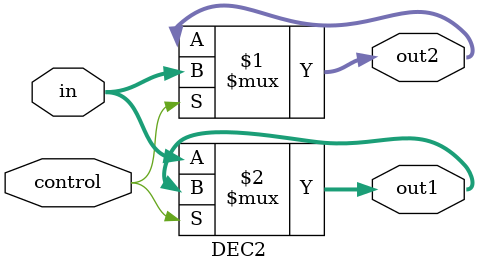
<source format=v>
`timescale 1ns / 1ps
module DEC2(
//			input clk,
			input control,
			input [31:0] in,
			output [31:0] out1,
			output [31:0] out2
    );

		assign out2 = control? in:out2;
		assign out1 = control? out1:in;

endmodule

</source>
